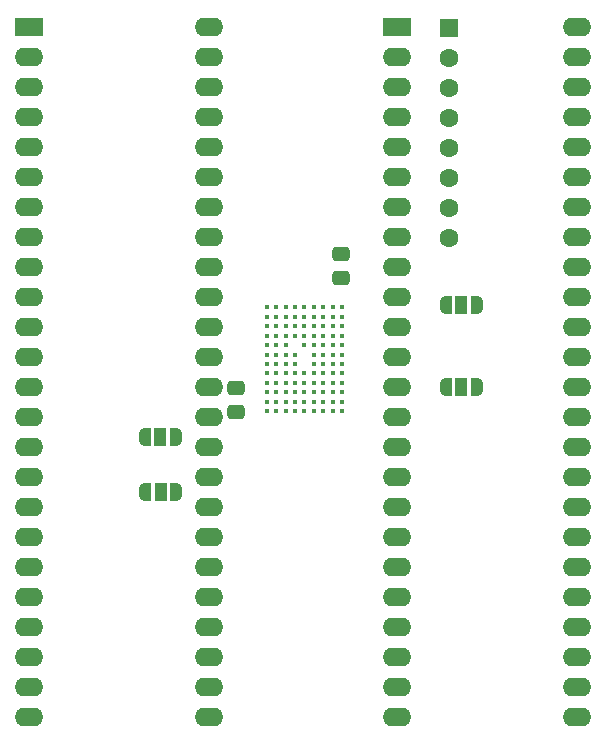
<source format=gbr>
%TF.GenerationSoftware,KiCad,Pcbnew,8.0.7*%
%TF.CreationDate,2025-02-11T22:57:12-05:00*%
%TF.ProjectId,Intel 105 BGA NOR+NAND NonMux,496e7465-6c20-4313-9035-20424741204e,rev?*%
%TF.SameCoordinates,Original*%
%TF.FileFunction,Soldermask,Top*%
%TF.FilePolarity,Negative*%
%FSLAX46Y46*%
G04 Gerber Fmt 4.6, Leading zero omitted, Abs format (unit mm)*
G04 Created by KiCad (PCBNEW 8.0.7) date 2025-02-11 22:57:12*
%MOMM*%
%LPD*%
G01*
G04 APERTURE LIST*
G04 Aperture macros list*
%AMRoundRect*
0 Rectangle with rounded corners*
0 $1 Rounding radius*
0 $2 $3 $4 $5 $6 $7 $8 $9 X,Y pos of 4 corners*
0 Add a 4 corners polygon primitive as box body*
4,1,4,$2,$3,$4,$5,$6,$7,$8,$9,$2,$3,0*
0 Add four circle primitives for the rounded corners*
1,1,$1+$1,$2,$3*
1,1,$1+$1,$4,$5*
1,1,$1+$1,$6,$7*
1,1,$1+$1,$8,$9*
0 Add four rect primitives between the rounded corners*
20,1,$1+$1,$2,$3,$4,$5,0*
20,1,$1+$1,$4,$5,$6,$7,0*
20,1,$1+$1,$6,$7,$8,$9,0*
20,1,$1+$1,$8,$9,$2,$3,0*%
%AMFreePoly0*
4,1,19,0.550000,-0.750000,0.000000,-0.750000,0.000000,-0.744911,-0.071157,-0.744911,-0.207708,-0.704816,-0.327430,-0.627875,-0.420627,-0.520320,-0.479746,-0.390866,-0.500000,-0.250000,-0.500000,0.250000,-0.479746,0.390866,-0.420627,0.520320,-0.327430,0.627875,-0.207708,0.704816,-0.071157,0.744911,0.000000,0.744911,0.000000,0.750000,0.550000,0.750000,0.550000,-0.750000,0.550000,-0.750000,
$1*%
%AMFreePoly1*
4,1,19,0.000000,0.744911,0.071157,0.744911,0.207708,0.704816,0.327430,0.627875,0.420627,0.520320,0.479746,0.390866,0.500000,0.250000,0.500000,-0.250000,0.479746,-0.390866,0.420627,-0.520320,0.327430,-0.627875,0.207708,-0.704816,0.071157,-0.744911,0.000000,-0.744911,0.000000,-0.750000,-0.550000,-0.750000,-0.550000,0.750000,0.000000,0.750000,0.000000,0.744911,0.000000,0.744911,
$1*%
G04 Aperture macros list end*
%ADD10RoundRect,0.250000X-0.475000X0.337500X-0.475000X-0.337500X0.475000X-0.337500X0.475000X0.337500X0*%
%ADD11FreePoly0,0.000000*%
%ADD12R,1.000000X1.500000*%
%ADD13FreePoly1,0.000000*%
%ADD14R,2.400000X1.600000*%
%ADD15O,2.400000X1.600000*%
%ADD16R,1.600000X1.600000*%
%ADD17C,1.600000*%
%ADD18C,0.400000*%
%ADD19RoundRect,0.250000X0.475000X-0.337500X0.475000X0.337500X-0.475000X0.337500X-0.475000X-0.337500X0*%
G04 APERTURE END LIST*
D10*
%TO.C,C2*%
X157690000Y-93982500D03*
X157690000Y-96057500D03*
%TD*%
D11*
%TO.C,CE4*%
X150000000Y-102847500D03*
D12*
X151300000Y-102847500D03*
D13*
X152600000Y-102847500D03*
%TD*%
D14*
%TO.C,J3*%
X140131800Y-63398400D03*
D15*
X140131800Y-65938400D03*
X140131800Y-68478400D03*
X140131800Y-71018400D03*
X140131800Y-73558400D03*
X140131800Y-76098400D03*
X140131800Y-78638400D03*
X140131800Y-81178400D03*
X140131800Y-83718400D03*
X140131800Y-86258400D03*
X140131800Y-88798400D03*
X140131800Y-91338400D03*
X140131800Y-93878400D03*
X140131800Y-96418400D03*
X140131800Y-98958400D03*
X140131800Y-101498400D03*
X140131800Y-104038400D03*
X140131800Y-106578400D03*
X140131800Y-109118400D03*
X140131800Y-111658400D03*
X140131800Y-114198400D03*
X140131800Y-116738400D03*
X140131800Y-119278400D03*
X140131800Y-121818400D03*
X155371800Y-121818400D03*
X155371800Y-119278400D03*
X155371800Y-116738400D03*
X155371800Y-114198400D03*
X155371800Y-111658400D03*
X155371800Y-109118400D03*
X155371800Y-106578400D03*
X155371800Y-104038400D03*
X155371800Y-101498400D03*
X155371800Y-98958400D03*
X155371800Y-96418400D03*
X155371800Y-93878400D03*
X155371800Y-91338400D03*
X155371800Y-88798400D03*
X155371800Y-86258400D03*
X155371800Y-83718400D03*
X155371800Y-81178400D03*
X155371800Y-78638400D03*
X155371800Y-76098400D03*
X155371800Y-73558400D03*
X155371800Y-71018400D03*
X155371800Y-68478400D03*
X155371800Y-65938400D03*
X155371800Y-63398400D03*
%TD*%
D14*
%TO.C,J1*%
X171348400Y-63423800D03*
D15*
X171348400Y-65963800D03*
X171348400Y-68503800D03*
X171348400Y-71043800D03*
X171348400Y-73583800D03*
X171348400Y-76123800D03*
X171348400Y-78663800D03*
X171348400Y-81203800D03*
X171348400Y-83743800D03*
X171348400Y-86283800D03*
X171348400Y-88823800D03*
X171348400Y-91363800D03*
X171348400Y-93903800D03*
X171348400Y-96443800D03*
X171348400Y-98983800D03*
X171348400Y-101523800D03*
X171348400Y-104063800D03*
X171348400Y-106603800D03*
X171348400Y-109143800D03*
X171348400Y-111683800D03*
X171348400Y-114223800D03*
X171348400Y-116763800D03*
X171348400Y-119303800D03*
X171348400Y-121843800D03*
X186588400Y-121843800D03*
X186588400Y-119303800D03*
X186588400Y-116763800D03*
X186588400Y-114223800D03*
X186588400Y-111683800D03*
X186588400Y-109143800D03*
X186588400Y-106603800D03*
X186588400Y-104063800D03*
X186588400Y-101523800D03*
X186588400Y-98983800D03*
X186588400Y-96443800D03*
X186588400Y-93903800D03*
X186588400Y-91363800D03*
X186588400Y-88823800D03*
X186588400Y-86283800D03*
X186588400Y-83743800D03*
X186588400Y-81203800D03*
X186588400Y-78663800D03*
X186588400Y-76123800D03*
X186588400Y-73583800D03*
X186588400Y-71043800D03*
X186588400Y-68503800D03*
X186588400Y-65963800D03*
X186588400Y-63423800D03*
%TD*%
D11*
%TO.C,CE2*%
X175480000Y-93900000D03*
D12*
X176780000Y-93900000D03*
D13*
X178080000Y-93900000D03*
%TD*%
D16*
%TO.C,J2*%
X175691800Y-63525400D03*
D17*
X175691800Y-66065400D03*
X175691800Y-68605400D03*
X175691800Y-71145400D03*
X175691800Y-73685400D03*
X175691800Y-76225400D03*
X175691800Y-78765400D03*
X175691800Y-81305400D03*
%TD*%
D18*
%TO.C,U1*%
X160287000Y-87172800D03*
X161087000Y-87172800D03*
X161887000Y-87172800D03*
X162687000Y-87172800D03*
X163487000Y-87172800D03*
X164287000Y-87172800D03*
X165087000Y-87172800D03*
X165887000Y-87172800D03*
X166687000Y-87172800D03*
X160287000Y-87972800D03*
X161087000Y-87972800D03*
X161887000Y-87972800D03*
X162687000Y-87972800D03*
X163487000Y-87972800D03*
X164287000Y-87972800D03*
X165087000Y-87972800D03*
X165887000Y-87972800D03*
X166687000Y-87972800D03*
X160287000Y-88772800D03*
X161087000Y-88772800D03*
X161887000Y-88772800D03*
X162687000Y-88772800D03*
X163487000Y-88772800D03*
X164287000Y-88772800D03*
X165087000Y-88772800D03*
X165887000Y-88772800D03*
X166687000Y-88772800D03*
X160287000Y-89572800D03*
X161087000Y-89572800D03*
X161887000Y-89572800D03*
X162687000Y-89572800D03*
X163487000Y-89572800D03*
X164287000Y-89572800D03*
X165087000Y-89572800D03*
X165887000Y-89572800D03*
X166687000Y-89572800D03*
X160287000Y-90372800D03*
X161087000Y-90372800D03*
X161887000Y-90372800D03*
X163487000Y-90372800D03*
X164287000Y-90372800D03*
X165087000Y-90372800D03*
X165887000Y-90372800D03*
X166687000Y-90372800D03*
X160287000Y-91172800D03*
X161087000Y-91172800D03*
X161887000Y-91172800D03*
X162687000Y-91172800D03*
X164287000Y-91172800D03*
X165087000Y-91172800D03*
X165887000Y-91172800D03*
X166687000Y-91172800D03*
X160287000Y-91972800D03*
X161087000Y-91972800D03*
X161887000Y-91972800D03*
X162687000Y-91972800D03*
X164287000Y-91972800D03*
X165087000Y-91972800D03*
X165887000Y-91972800D03*
X166687000Y-91972800D03*
X160287000Y-92772800D03*
X161087000Y-92772800D03*
X161887000Y-92772800D03*
X162687000Y-92772800D03*
X163487000Y-92772800D03*
X164287000Y-92772800D03*
X165087000Y-92772800D03*
X165887000Y-92772800D03*
X166687000Y-92772800D03*
X160287000Y-93572800D03*
X161087000Y-93572800D03*
X161887000Y-93572800D03*
X162687000Y-93572800D03*
X163487000Y-93572800D03*
X164287000Y-93572800D03*
X165087000Y-93572800D03*
X165887000Y-93572800D03*
X166687000Y-93572800D03*
X160287000Y-94372800D03*
X161087000Y-94372800D03*
X161887000Y-94372800D03*
X162687000Y-94372800D03*
X163487000Y-94372800D03*
X164287000Y-94372800D03*
X165087000Y-94372800D03*
X165887000Y-94372800D03*
X166687000Y-94372800D03*
X160287000Y-95172800D03*
X161087000Y-95172800D03*
X161887000Y-95172800D03*
X162687000Y-95172800D03*
X163487000Y-95172800D03*
X164287000Y-95172800D03*
X165087000Y-95172800D03*
X165887000Y-95172800D03*
X166687000Y-95172800D03*
X160287000Y-95972800D03*
X161087000Y-95972800D03*
X161887000Y-95972800D03*
X162687000Y-95972800D03*
X163487000Y-95972800D03*
X164287000Y-95972800D03*
X165087000Y-95972800D03*
X165887000Y-95972800D03*
X166687000Y-95972800D03*
%TD*%
D19*
%TO.C,C1*%
X166590000Y-84727500D03*
X166590000Y-82652500D03*
%TD*%
D11*
%TO.C,CE3*%
X149975000Y-98172500D03*
D12*
X151275000Y-98172500D03*
D13*
X152575000Y-98172500D03*
%TD*%
D11*
%TO.C,CE1*%
X175480000Y-87010000D03*
D12*
X176780000Y-87010000D03*
D13*
X178080000Y-87010000D03*
%TD*%
M02*

</source>
